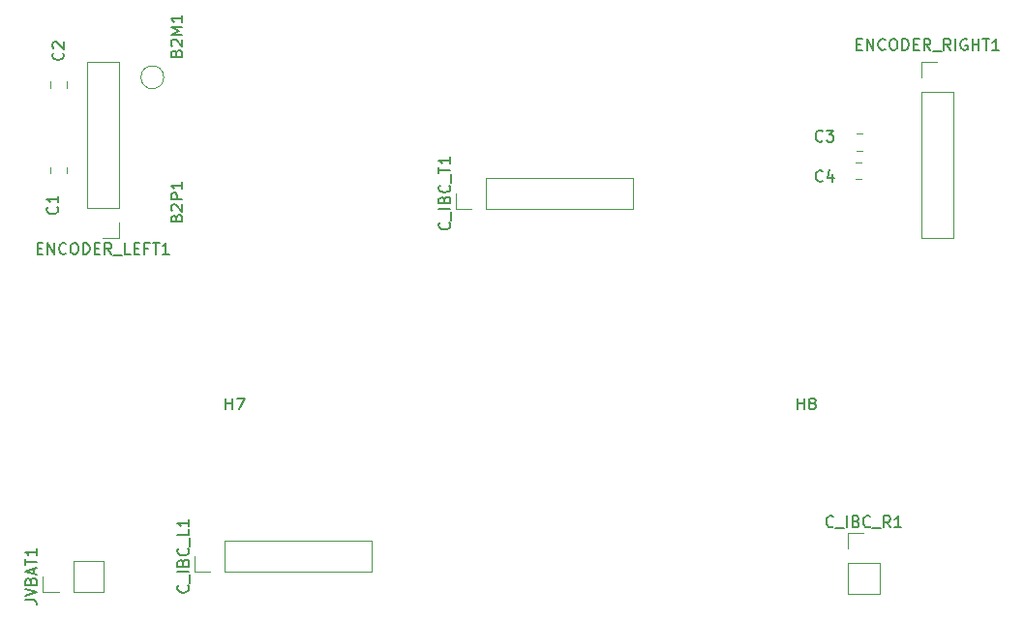
<source format=gbr>
G04 #@! TF.GenerationSoftware,KiCad,Pcbnew,9.0.4*
G04 #@! TF.CreationDate,2025-08-30T14:04:45-07:00*
G04 #@! TF.ProjectId,romi_board_bottom,726f6d69-5f62-46f6-9172-645f626f7474,rev?*
G04 #@! TF.SameCoordinates,Original*
G04 #@! TF.FileFunction,Legend,Top*
G04 #@! TF.FilePolarity,Positive*
%FSLAX46Y46*%
G04 Gerber Fmt 4.6, Leading zero omitted, Abs format (unit mm)*
G04 Created by KiCad (PCBNEW 9.0.4) date 2025-08-30 14:04:45*
%MOMM*%
%LPD*%
G01*
G04 APERTURE LIST*
%ADD10C,0.120000*%
%ADD11C,0.150000*%
G04 APERTURE END LIST*
D10*
X70192122Y-101310976D02*
G75*
G02*
X68192122Y-101310976I-1000000J0D01*
G01*
X68192122Y-101310976D02*
G75*
G02*
X70192122Y-101310976I1000000J0D01*
G01*
D11*
X59134026Y-116271985D02*
X59467359Y-116271985D01*
X59610216Y-116795795D02*
X59134026Y-116795795D01*
X59134026Y-116795795D02*
X59134026Y-115795795D01*
X59134026Y-115795795D02*
X59610216Y-115795795D01*
X60038788Y-116795795D02*
X60038788Y-115795795D01*
X60038788Y-115795795D02*
X60610216Y-116795795D01*
X60610216Y-116795795D02*
X60610216Y-115795795D01*
X61657835Y-116700556D02*
X61610216Y-116748176D01*
X61610216Y-116748176D02*
X61467359Y-116795795D01*
X61467359Y-116795795D02*
X61372121Y-116795795D01*
X61372121Y-116795795D02*
X61229264Y-116748176D01*
X61229264Y-116748176D02*
X61134026Y-116652937D01*
X61134026Y-116652937D02*
X61086407Y-116557699D01*
X61086407Y-116557699D02*
X61038788Y-116367223D01*
X61038788Y-116367223D02*
X61038788Y-116224366D01*
X61038788Y-116224366D02*
X61086407Y-116033890D01*
X61086407Y-116033890D02*
X61134026Y-115938652D01*
X61134026Y-115938652D02*
X61229264Y-115843414D01*
X61229264Y-115843414D02*
X61372121Y-115795795D01*
X61372121Y-115795795D02*
X61467359Y-115795795D01*
X61467359Y-115795795D02*
X61610216Y-115843414D01*
X61610216Y-115843414D02*
X61657835Y-115891033D01*
X62276883Y-115795795D02*
X62467359Y-115795795D01*
X62467359Y-115795795D02*
X62562597Y-115843414D01*
X62562597Y-115843414D02*
X62657835Y-115938652D01*
X62657835Y-115938652D02*
X62705454Y-116129128D01*
X62705454Y-116129128D02*
X62705454Y-116462461D01*
X62705454Y-116462461D02*
X62657835Y-116652937D01*
X62657835Y-116652937D02*
X62562597Y-116748176D01*
X62562597Y-116748176D02*
X62467359Y-116795795D01*
X62467359Y-116795795D02*
X62276883Y-116795795D01*
X62276883Y-116795795D02*
X62181645Y-116748176D01*
X62181645Y-116748176D02*
X62086407Y-116652937D01*
X62086407Y-116652937D02*
X62038788Y-116462461D01*
X62038788Y-116462461D02*
X62038788Y-116129128D01*
X62038788Y-116129128D02*
X62086407Y-115938652D01*
X62086407Y-115938652D02*
X62181645Y-115843414D01*
X62181645Y-115843414D02*
X62276883Y-115795795D01*
X63134026Y-116795795D02*
X63134026Y-115795795D01*
X63134026Y-115795795D02*
X63372121Y-115795795D01*
X63372121Y-115795795D02*
X63514978Y-115843414D01*
X63514978Y-115843414D02*
X63610216Y-115938652D01*
X63610216Y-115938652D02*
X63657835Y-116033890D01*
X63657835Y-116033890D02*
X63705454Y-116224366D01*
X63705454Y-116224366D02*
X63705454Y-116367223D01*
X63705454Y-116367223D02*
X63657835Y-116557699D01*
X63657835Y-116557699D02*
X63610216Y-116652937D01*
X63610216Y-116652937D02*
X63514978Y-116748176D01*
X63514978Y-116748176D02*
X63372121Y-116795795D01*
X63372121Y-116795795D02*
X63134026Y-116795795D01*
X64134026Y-116271985D02*
X64467359Y-116271985D01*
X64610216Y-116795795D02*
X64134026Y-116795795D01*
X64134026Y-116795795D02*
X64134026Y-115795795D01*
X64134026Y-115795795D02*
X64610216Y-115795795D01*
X65610216Y-116795795D02*
X65276883Y-116319604D01*
X65038788Y-116795795D02*
X65038788Y-115795795D01*
X65038788Y-115795795D02*
X65419740Y-115795795D01*
X65419740Y-115795795D02*
X65514978Y-115843414D01*
X65514978Y-115843414D02*
X65562597Y-115891033D01*
X65562597Y-115891033D02*
X65610216Y-115986271D01*
X65610216Y-115986271D02*
X65610216Y-116129128D01*
X65610216Y-116129128D02*
X65562597Y-116224366D01*
X65562597Y-116224366D02*
X65514978Y-116271985D01*
X65514978Y-116271985D02*
X65419740Y-116319604D01*
X65419740Y-116319604D02*
X65038788Y-116319604D01*
X65800693Y-116891033D02*
X66562597Y-116891033D01*
X67276883Y-116795795D02*
X66800693Y-116795795D01*
X66800693Y-116795795D02*
X66800693Y-115795795D01*
X67610217Y-116271985D02*
X67943550Y-116271985D01*
X68086407Y-116795795D02*
X67610217Y-116795795D01*
X67610217Y-116795795D02*
X67610217Y-115795795D01*
X67610217Y-115795795D02*
X68086407Y-115795795D01*
X68848312Y-116271985D02*
X68514979Y-116271985D01*
X68514979Y-116795795D02*
X68514979Y-115795795D01*
X68514979Y-115795795D02*
X68991169Y-115795795D01*
X69229265Y-115795795D02*
X69800693Y-115795795D01*
X69514979Y-116795795D02*
X69514979Y-115795795D01*
X70657836Y-116795795D02*
X70086408Y-116795795D01*
X70372122Y-116795795D02*
X70372122Y-115795795D01*
X70372122Y-115795795D02*
X70276884Y-115938652D01*
X70276884Y-115938652D02*
X70181646Y-116033890D01*
X70181646Y-116033890D02*
X70086408Y-116081509D01*
X71299765Y-113621049D02*
X71347384Y-113478192D01*
X71347384Y-113478192D02*
X71395003Y-113430573D01*
X71395003Y-113430573D02*
X71490241Y-113382954D01*
X71490241Y-113382954D02*
X71633098Y-113382954D01*
X71633098Y-113382954D02*
X71728336Y-113430573D01*
X71728336Y-113430573D02*
X71775956Y-113478192D01*
X71775956Y-113478192D02*
X71823575Y-113573430D01*
X71823575Y-113573430D02*
X71823575Y-113954382D01*
X71823575Y-113954382D02*
X70823575Y-113954382D01*
X70823575Y-113954382D02*
X70823575Y-113621049D01*
X70823575Y-113621049D02*
X70871194Y-113525811D01*
X70871194Y-113525811D02*
X70918813Y-113478192D01*
X70918813Y-113478192D02*
X71014051Y-113430573D01*
X71014051Y-113430573D02*
X71109289Y-113430573D01*
X71109289Y-113430573D02*
X71204527Y-113478192D01*
X71204527Y-113478192D02*
X71252146Y-113525811D01*
X71252146Y-113525811D02*
X71299765Y-113621049D01*
X71299765Y-113621049D02*
X71299765Y-113954382D01*
X70918813Y-113002001D02*
X70871194Y-112954382D01*
X70871194Y-112954382D02*
X70823575Y-112859144D01*
X70823575Y-112859144D02*
X70823575Y-112621049D01*
X70823575Y-112621049D02*
X70871194Y-112525811D01*
X70871194Y-112525811D02*
X70918813Y-112478192D01*
X70918813Y-112478192D02*
X71014051Y-112430573D01*
X71014051Y-112430573D02*
X71109289Y-112430573D01*
X71109289Y-112430573D02*
X71252146Y-112478192D01*
X71252146Y-112478192D02*
X71823575Y-113049620D01*
X71823575Y-113049620D02*
X71823575Y-112430573D01*
X71823575Y-112002001D02*
X70823575Y-112002001D01*
X70823575Y-112002001D02*
X70823575Y-111621049D01*
X70823575Y-111621049D02*
X70871194Y-111525811D01*
X70871194Y-111525811D02*
X70918813Y-111478192D01*
X70918813Y-111478192D02*
X71014051Y-111430573D01*
X71014051Y-111430573D02*
X71156908Y-111430573D01*
X71156908Y-111430573D02*
X71252146Y-111478192D01*
X71252146Y-111478192D02*
X71299765Y-111525811D01*
X71299765Y-111525811D02*
X71347384Y-111621049D01*
X71347384Y-111621049D02*
X71347384Y-112002001D01*
X71823575Y-110478192D02*
X71823575Y-111049620D01*
X71823575Y-110763906D02*
X70823575Y-110763906D01*
X70823575Y-110763906D02*
X70966432Y-110859144D01*
X70966432Y-110859144D02*
X71061670Y-110954382D01*
X71061670Y-110954382D02*
X71109289Y-111049620D01*
X71299765Y-99192477D02*
X71347384Y-99049620D01*
X71347384Y-99049620D02*
X71395003Y-99002001D01*
X71395003Y-99002001D02*
X71490241Y-98954382D01*
X71490241Y-98954382D02*
X71633098Y-98954382D01*
X71633098Y-98954382D02*
X71728336Y-99002001D01*
X71728336Y-99002001D02*
X71775956Y-99049620D01*
X71775956Y-99049620D02*
X71823575Y-99144858D01*
X71823575Y-99144858D02*
X71823575Y-99525810D01*
X71823575Y-99525810D02*
X70823575Y-99525810D01*
X70823575Y-99525810D02*
X70823575Y-99192477D01*
X70823575Y-99192477D02*
X70871194Y-99097239D01*
X70871194Y-99097239D02*
X70918813Y-99049620D01*
X70918813Y-99049620D02*
X71014051Y-99002001D01*
X71014051Y-99002001D02*
X71109289Y-99002001D01*
X71109289Y-99002001D02*
X71204527Y-99049620D01*
X71204527Y-99049620D02*
X71252146Y-99097239D01*
X71252146Y-99097239D02*
X71299765Y-99192477D01*
X71299765Y-99192477D02*
X71299765Y-99525810D01*
X70918813Y-98573429D02*
X70871194Y-98525810D01*
X70871194Y-98525810D02*
X70823575Y-98430572D01*
X70823575Y-98430572D02*
X70823575Y-98192477D01*
X70823575Y-98192477D02*
X70871194Y-98097239D01*
X70871194Y-98097239D02*
X70918813Y-98049620D01*
X70918813Y-98049620D02*
X71014051Y-98002001D01*
X71014051Y-98002001D02*
X71109289Y-98002001D01*
X71109289Y-98002001D02*
X71252146Y-98049620D01*
X71252146Y-98049620D02*
X71823575Y-98621048D01*
X71823575Y-98621048D02*
X71823575Y-98002001D01*
X71823575Y-97573429D02*
X70823575Y-97573429D01*
X70823575Y-97573429D02*
X71537860Y-97240096D01*
X71537860Y-97240096D02*
X70823575Y-96906763D01*
X70823575Y-96906763D02*
X71823575Y-96906763D01*
X71823575Y-95906763D02*
X71823575Y-96478191D01*
X71823575Y-96192477D02*
X70823575Y-96192477D01*
X70823575Y-96192477D02*
X70966432Y-96287715D01*
X70966432Y-96287715D02*
X71061670Y-96382953D01*
X71061670Y-96382953D02*
X71109289Y-96478191D01*
X95161702Y-114018595D02*
X95209322Y-114066214D01*
X95209322Y-114066214D02*
X95256941Y-114209071D01*
X95256941Y-114209071D02*
X95256941Y-114304309D01*
X95256941Y-114304309D02*
X95209322Y-114447166D01*
X95209322Y-114447166D02*
X95114083Y-114542404D01*
X95114083Y-114542404D02*
X95018845Y-114590023D01*
X95018845Y-114590023D02*
X94828369Y-114637642D01*
X94828369Y-114637642D02*
X94685512Y-114637642D01*
X94685512Y-114637642D02*
X94495036Y-114590023D01*
X94495036Y-114590023D02*
X94399798Y-114542404D01*
X94399798Y-114542404D02*
X94304560Y-114447166D01*
X94304560Y-114447166D02*
X94256941Y-114304309D01*
X94256941Y-114304309D02*
X94256941Y-114209071D01*
X94256941Y-114209071D02*
X94304560Y-114066214D01*
X94304560Y-114066214D02*
X94352179Y-114018595D01*
X95352179Y-113828119D02*
X95352179Y-113066214D01*
X95256941Y-112828118D02*
X94256941Y-112828118D01*
X94733131Y-112018595D02*
X94780750Y-111875738D01*
X94780750Y-111875738D02*
X94828369Y-111828119D01*
X94828369Y-111828119D02*
X94923607Y-111780500D01*
X94923607Y-111780500D02*
X95066464Y-111780500D01*
X95066464Y-111780500D02*
X95161702Y-111828119D01*
X95161702Y-111828119D02*
X95209322Y-111875738D01*
X95209322Y-111875738D02*
X95256941Y-111970976D01*
X95256941Y-111970976D02*
X95256941Y-112351928D01*
X95256941Y-112351928D02*
X94256941Y-112351928D01*
X94256941Y-112351928D02*
X94256941Y-112018595D01*
X94256941Y-112018595D02*
X94304560Y-111923357D01*
X94304560Y-111923357D02*
X94352179Y-111875738D01*
X94352179Y-111875738D02*
X94447417Y-111828119D01*
X94447417Y-111828119D02*
X94542655Y-111828119D01*
X94542655Y-111828119D02*
X94637893Y-111875738D01*
X94637893Y-111875738D02*
X94685512Y-111923357D01*
X94685512Y-111923357D02*
X94733131Y-112018595D01*
X94733131Y-112018595D02*
X94733131Y-112351928D01*
X95161702Y-110780500D02*
X95209322Y-110828119D01*
X95209322Y-110828119D02*
X95256941Y-110970976D01*
X95256941Y-110970976D02*
X95256941Y-111066214D01*
X95256941Y-111066214D02*
X95209322Y-111209071D01*
X95209322Y-111209071D02*
X95114083Y-111304309D01*
X95114083Y-111304309D02*
X95018845Y-111351928D01*
X95018845Y-111351928D02*
X94828369Y-111399547D01*
X94828369Y-111399547D02*
X94685512Y-111399547D01*
X94685512Y-111399547D02*
X94495036Y-111351928D01*
X94495036Y-111351928D02*
X94399798Y-111304309D01*
X94399798Y-111304309D02*
X94304560Y-111209071D01*
X94304560Y-111209071D02*
X94256941Y-111066214D01*
X94256941Y-111066214D02*
X94256941Y-110970976D01*
X94256941Y-110970976D02*
X94304560Y-110828119D01*
X94304560Y-110828119D02*
X94352179Y-110780500D01*
X95352179Y-110590024D02*
X95352179Y-109828119D01*
X94256941Y-109732880D02*
X94256941Y-109161452D01*
X95256941Y-109447166D02*
X94256941Y-109447166D01*
X95256941Y-108304309D02*
X95256941Y-108875737D01*
X95256941Y-108590023D02*
X94256941Y-108590023D01*
X94256941Y-108590023D02*
X94399798Y-108685261D01*
X94399798Y-108685261D02*
X94495036Y-108780499D01*
X94495036Y-108780499D02*
X94542655Y-108875737D01*
X75630217Y-130395795D02*
X75630217Y-129395795D01*
X75630217Y-129871985D02*
X76201645Y-129871985D01*
X76201645Y-130395795D02*
X76201645Y-129395795D01*
X76582598Y-129395795D02*
X77249264Y-129395795D01*
X77249264Y-129395795D02*
X76820693Y-130395795D01*
X125630217Y-130395795D02*
X125630217Y-129395795D01*
X125630217Y-129871985D02*
X126201645Y-129871985D01*
X126201645Y-130395795D02*
X126201645Y-129395795D01*
X126820693Y-129824366D02*
X126725455Y-129776747D01*
X126725455Y-129776747D02*
X126677836Y-129729128D01*
X126677836Y-129729128D02*
X126630217Y-129633890D01*
X126630217Y-129633890D02*
X126630217Y-129586271D01*
X126630217Y-129586271D02*
X126677836Y-129491033D01*
X126677836Y-129491033D02*
X126725455Y-129443414D01*
X126725455Y-129443414D02*
X126820693Y-129395795D01*
X126820693Y-129395795D02*
X127011169Y-129395795D01*
X127011169Y-129395795D02*
X127106407Y-129443414D01*
X127106407Y-129443414D02*
X127154026Y-129491033D01*
X127154026Y-129491033D02*
X127201645Y-129586271D01*
X127201645Y-129586271D02*
X127201645Y-129633890D01*
X127201645Y-129633890D02*
X127154026Y-129729128D01*
X127154026Y-129729128D02*
X127106407Y-129776747D01*
X127106407Y-129776747D02*
X127011169Y-129824366D01*
X127011169Y-129824366D02*
X126820693Y-129824366D01*
X126820693Y-129824366D02*
X126725455Y-129871985D01*
X126725455Y-129871985D02*
X126677836Y-129919604D01*
X126677836Y-129919604D02*
X126630217Y-130014842D01*
X126630217Y-130014842D02*
X126630217Y-130205318D01*
X126630217Y-130205318D02*
X126677836Y-130300556D01*
X126677836Y-130300556D02*
X126725455Y-130348176D01*
X126725455Y-130348176D02*
X126820693Y-130395795D01*
X126820693Y-130395795D02*
X127011169Y-130395795D01*
X127011169Y-130395795D02*
X127106407Y-130348176D01*
X127106407Y-130348176D02*
X127154026Y-130300556D01*
X127154026Y-130300556D02*
X127201645Y-130205318D01*
X127201645Y-130205318D02*
X127201645Y-130014842D01*
X127201645Y-130014842D02*
X127154026Y-129919604D01*
X127154026Y-129919604D02*
X127106407Y-129871985D01*
X127106407Y-129871985D02*
X127011169Y-129824366D01*
X130785714Y-98431009D02*
X131119047Y-98431009D01*
X131261904Y-98954819D02*
X130785714Y-98954819D01*
X130785714Y-98954819D02*
X130785714Y-97954819D01*
X130785714Y-97954819D02*
X131261904Y-97954819D01*
X131690476Y-98954819D02*
X131690476Y-97954819D01*
X131690476Y-97954819D02*
X132261904Y-98954819D01*
X132261904Y-98954819D02*
X132261904Y-97954819D01*
X133309523Y-98859580D02*
X133261904Y-98907200D01*
X133261904Y-98907200D02*
X133119047Y-98954819D01*
X133119047Y-98954819D02*
X133023809Y-98954819D01*
X133023809Y-98954819D02*
X132880952Y-98907200D01*
X132880952Y-98907200D02*
X132785714Y-98811961D01*
X132785714Y-98811961D02*
X132738095Y-98716723D01*
X132738095Y-98716723D02*
X132690476Y-98526247D01*
X132690476Y-98526247D02*
X132690476Y-98383390D01*
X132690476Y-98383390D02*
X132738095Y-98192914D01*
X132738095Y-98192914D02*
X132785714Y-98097676D01*
X132785714Y-98097676D02*
X132880952Y-98002438D01*
X132880952Y-98002438D02*
X133023809Y-97954819D01*
X133023809Y-97954819D02*
X133119047Y-97954819D01*
X133119047Y-97954819D02*
X133261904Y-98002438D01*
X133261904Y-98002438D02*
X133309523Y-98050057D01*
X133928571Y-97954819D02*
X134119047Y-97954819D01*
X134119047Y-97954819D02*
X134214285Y-98002438D01*
X134214285Y-98002438D02*
X134309523Y-98097676D01*
X134309523Y-98097676D02*
X134357142Y-98288152D01*
X134357142Y-98288152D02*
X134357142Y-98621485D01*
X134357142Y-98621485D02*
X134309523Y-98811961D01*
X134309523Y-98811961D02*
X134214285Y-98907200D01*
X134214285Y-98907200D02*
X134119047Y-98954819D01*
X134119047Y-98954819D02*
X133928571Y-98954819D01*
X133928571Y-98954819D02*
X133833333Y-98907200D01*
X133833333Y-98907200D02*
X133738095Y-98811961D01*
X133738095Y-98811961D02*
X133690476Y-98621485D01*
X133690476Y-98621485D02*
X133690476Y-98288152D01*
X133690476Y-98288152D02*
X133738095Y-98097676D01*
X133738095Y-98097676D02*
X133833333Y-98002438D01*
X133833333Y-98002438D02*
X133928571Y-97954819D01*
X134785714Y-98954819D02*
X134785714Y-97954819D01*
X134785714Y-97954819D02*
X135023809Y-97954819D01*
X135023809Y-97954819D02*
X135166666Y-98002438D01*
X135166666Y-98002438D02*
X135261904Y-98097676D01*
X135261904Y-98097676D02*
X135309523Y-98192914D01*
X135309523Y-98192914D02*
X135357142Y-98383390D01*
X135357142Y-98383390D02*
X135357142Y-98526247D01*
X135357142Y-98526247D02*
X135309523Y-98716723D01*
X135309523Y-98716723D02*
X135261904Y-98811961D01*
X135261904Y-98811961D02*
X135166666Y-98907200D01*
X135166666Y-98907200D02*
X135023809Y-98954819D01*
X135023809Y-98954819D02*
X134785714Y-98954819D01*
X135785714Y-98431009D02*
X136119047Y-98431009D01*
X136261904Y-98954819D02*
X135785714Y-98954819D01*
X135785714Y-98954819D02*
X135785714Y-97954819D01*
X135785714Y-97954819D02*
X136261904Y-97954819D01*
X137261904Y-98954819D02*
X136928571Y-98478628D01*
X136690476Y-98954819D02*
X136690476Y-97954819D01*
X136690476Y-97954819D02*
X137071428Y-97954819D01*
X137071428Y-97954819D02*
X137166666Y-98002438D01*
X137166666Y-98002438D02*
X137214285Y-98050057D01*
X137214285Y-98050057D02*
X137261904Y-98145295D01*
X137261904Y-98145295D02*
X137261904Y-98288152D01*
X137261904Y-98288152D02*
X137214285Y-98383390D01*
X137214285Y-98383390D02*
X137166666Y-98431009D01*
X137166666Y-98431009D02*
X137071428Y-98478628D01*
X137071428Y-98478628D02*
X136690476Y-98478628D01*
X137452381Y-99050057D02*
X138214285Y-99050057D01*
X139023809Y-98954819D02*
X138690476Y-98478628D01*
X138452381Y-98954819D02*
X138452381Y-97954819D01*
X138452381Y-97954819D02*
X138833333Y-97954819D01*
X138833333Y-97954819D02*
X138928571Y-98002438D01*
X138928571Y-98002438D02*
X138976190Y-98050057D01*
X138976190Y-98050057D02*
X139023809Y-98145295D01*
X139023809Y-98145295D02*
X139023809Y-98288152D01*
X139023809Y-98288152D02*
X138976190Y-98383390D01*
X138976190Y-98383390D02*
X138928571Y-98431009D01*
X138928571Y-98431009D02*
X138833333Y-98478628D01*
X138833333Y-98478628D02*
X138452381Y-98478628D01*
X139452381Y-98954819D02*
X139452381Y-97954819D01*
X140452380Y-98002438D02*
X140357142Y-97954819D01*
X140357142Y-97954819D02*
X140214285Y-97954819D01*
X140214285Y-97954819D02*
X140071428Y-98002438D01*
X140071428Y-98002438D02*
X139976190Y-98097676D01*
X139976190Y-98097676D02*
X139928571Y-98192914D01*
X139928571Y-98192914D02*
X139880952Y-98383390D01*
X139880952Y-98383390D02*
X139880952Y-98526247D01*
X139880952Y-98526247D02*
X139928571Y-98716723D01*
X139928571Y-98716723D02*
X139976190Y-98811961D01*
X139976190Y-98811961D02*
X140071428Y-98907200D01*
X140071428Y-98907200D02*
X140214285Y-98954819D01*
X140214285Y-98954819D02*
X140309523Y-98954819D01*
X140309523Y-98954819D02*
X140452380Y-98907200D01*
X140452380Y-98907200D02*
X140499999Y-98859580D01*
X140499999Y-98859580D02*
X140499999Y-98526247D01*
X140499999Y-98526247D02*
X140309523Y-98526247D01*
X140928571Y-98954819D02*
X140928571Y-97954819D01*
X140928571Y-98431009D02*
X141499999Y-98431009D01*
X141499999Y-98954819D02*
X141499999Y-97954819D01*
X141833333Y-97954819D02*
X142404761Y-97954819D01*
X142119047Y-98954819D02*
X142119047Y-97954819D01*
X143261904Y-98954819D02*
X142690476Y-98954819D01*
X142976190Y-98954819D02*
X142976190Y-97954819D01*
X142976190Y-97954819D02*
X142880952Y-98097676D01*
X142880952Y-98097676D02*
X142785714Y-98192914D01*
X142785714Y-98192914D02*
X142690476Y-98240533D01*
X72301702Y-145792404D02*
X72349322Y-145840023D01*
X72349322Y-145840023D02*
X72396941Y-145982880D01*
X72396941Y-145982880D02*
X72396941Y-146078118D01*
X72396941Y-146078118D02*
X72349322Y-146220975D01*
X72349322Y-146220975D02*
X72254083Y-146316213D01*
X72254083Y-146316213D02*
X72158845Y-146363832D01*
X72158845Y-146363832D02*
X71968369Y-146411451D01*
X71968369Y-146411451D02*
X71825512Y-146411451D01*
X71825512Y-146411451D02*
X71635036Y-146363832D01*
X71635036Y-146363832D02*
X71539798Y-146316213D01*
X71539798Y-146316213D02*
X71444560Y-146220975D01*
X71444560Y-146220975D02*
X71396941Y-146078118D01*
X71396941Y-146078118D02*
X71396941Y-145982880D01*
X71396941Y-145982880D02*
X71444560Y-145840023D01*
X71444560Y-145840023D02*
X71492179Y-145792404D01*
X72492179Y-145601928D02*
X72492179Y-144840023D01*
X72396941Y-144601927D02*
X71396941Y-144601927D01*
X71873131Y-143792404D02*
X71920750Y-143649547D01*
X71920750Y-143649547D02*
X71968369Y-143601928D01*
X71968369Y-143601928D02*
X72063607Y-143554309D01*
X72063607Y-143554309D02*
X72206464Y-143554309D01*
X72206464Y-143554309D02*
X72301702Y-143601928D01*
X72301702Y-143601928D02*
X72349322Y-143649547D01*
X72349322Y-143649547D02*
X72396941Y-143744785D01*
X72396941Y-143744785D02*
X72396941Y-144125737D01*
X72396941Y-144125737D02*
X71396941Y-144125737D01*
X71396941Y-144125737D02*
X71396941Y-143792404D01*
X71396941Y-143792404D02*
X71444560Y-143697166D01*
X71444560Y-143697166D02*
X71492179Y-143649547D01*
X71492179Y-143649547D02*
X71587417Y-143601928D01*
X71587417Y-143601928D02*
X71682655Y-143601928D01*
X71682655Y-143601928D02*
X71777893Y-143649547D01*
X71777893Y-143649547D02*
X71825512Y-143697166D01*
X71825512Y-143697166D02*
X71873131Y-143792404D01*
X71873131Y-143792404D02*
X71873131Y-144125737D01*
X72301702Y-142554309D02*
X72349322Y-142601928D01*
X72349322Y-142601928D02*
X72396941Y-142744785D01*
X72396941Y-142744785D02*
X72396941Y-142840023D01*
X72396941Y-142840023D02*
X72349322Y-142982880D01*
X72349322Y-142982880D02*
X72254083Y-143078118D01*
X72254083Y-143078118D02*
X72158845Y-143125737D01*
X72158845Y-143125737D02*
X71968369Y-143173356D01*
X71968369Y-143173356D02*
X71825512Y-143173356D01*
X71825512Y-143173356D02*
X71635036Y-143125737D01*
X71635036Y-143125737D02*
X71539798Y-143078118D01*
X71539798Y-143078118D02*
X71444560Y-142982880D01*
X71444560Y-142982880D02*
X71396941Y-142840023D01*
X71396941Y-142840023D02*
X71396941Y-142744785D01*
X71396941Y-142744785D02*
X71444560Y-142601928D01*
X71444560Y-142601928D02*
X71492179Y-142554309D01*
X72492179Y-142363833D02*
X72492179Y-141601928D01*
X72396941Y-140887642D02*
X72396941Y-141363832D01*
X72396941Y-141363832D02*
X71396941Y-141363832D01*
X72396941Y-140030499D02*
X72396941Y-140601927D01*
X72396941Y-140316213D02*
X71396941Y-140316213D01*
X71396941Y-140316213D02*
X71539798Y-140411451D01*
X71539798Y-140411451D02*
X71635036Y-140506689D01*
X71635036Y-140506689D02*
X71682655Y-140601927D01*
X128755455Y-140610556D02*
X128707836Y-140658176D01*
X128707836Y-140658176D02*
X128564979Y-140705795D01*
X128564979Y-140705795D02*
X128469741Y-140705795D01*
X128469741Y-140705795D02*
X128326884Y-140658176D01*
X128326884Y-140658176D02*
X128231646Y-140562937D01*
X128231646Y-140562937D02*
X128184027Y-140467699D01*
X128184027Y-140467699D02*
X128136408Y-140277223D01*
X128136408Y-140277223D02*
X128136408Y-140134366D01*
X128136408Y-140134366D02*
X128184027Y-139943890D01*
X128184027Y-139943890D02*
X128231646Y-139848652D01*
X128231646Y-139848652D02*
X128326884Y-139753414D01*
X128326884Y-139753414D02*
X128469741Y-139705795D01*
X128469741Y-139705795D02*
X128564979Y-139705795D01*
X128564979Y-139705795D02*
X128707836Y-139753414D01*
X128707836Y-139753414D02*
X128755455Y-139801033D01*
X128945932Y-140801033D02*
X129707836Y-140801033D01*
X129945932Y-140705795D02*
X129945932Y-139705795D01*
X130755455Y-140181985D02*
X130898312Y-140229604D01*
X130898312Y-140229604D02*
X130945931Y-140277223D01*
X130945931Y-140277223D02*
X130993550Y-140372461D01*
X130993550Y-140372461D02*
X130993550Y-140515318D01*
X130993550Y-140515318D02*
X130945931Y-140610556D01*
X130945931Y-140610556D02*
X130898312Y-140658176D01*
X130898312Y-140658176D02*
X130803074Y-140705795D01*
X130803074Y-140705795D02*
X130422122Y-140705795D01*
X130422122Y-140705795D02*
X130422122Y-139705795D01*
X130422122Y-139705795D02*
X130755455Y-139705795D01*
X130755455Y-139705795D02*
X130850693Y-139753414D01*
X130850693Y-139753414D02*
X130898312Y-139801033D01*
X130898312Y-139801033D02*
X130945931Y-139896271D01*
X130945931Y-139896271D02*
X130945931Y-139991509D01*
X130945931Y-139991509D02*
X130898312Y-140086747D01*
X130898312Y-140086747D02*
X130850693Y-140134366D01*
X130850693Y-140134366D02*
X130755455Y-140181985D01*
X130755455Y-140181985D02*
X130422122Y-140181985D01*
X131993550Y-140610556D02*
X131945931Y-140658176D01*
X131945931Y-140658176D02*
X131803074Y-140705795D01*
X131803074Y-140705795D02*
X131707836Y-140705795D01*
X131707836Y-140705795D02*
X131564979Y-140658176D01*
X131564979Y-140658176D02*
X131469741Y-140562937D01*
X131469741Y-140562937D02*
X131422122Y-140467699D01*
X131422122Y-140467699D02*
X131374503Y-140277223D01*
X131374503Y-140277223D02*
X131374503Y-140134366D01*
X131374503Y-140134366D02*
X131422122Y-139943890D01*
X131422122Y-139943890D02*
X131469741Y-139848652D01*
X131469741Y-139848652D02*
X131564979Y-139753414D01*
X131564979Y-139753414D02*
X131707836Y-139705795D01*
X131707836Y-139705795D02*
X131803074Y-139705795D01*
X131803074Y-139705795D02*
X131945931Y-139753414D01*
X131945931Y-139753414D02*
X131993550Y-139801033D01*
X132184027Y-140801033D02*
X132945931Y-140801033D01*
X133755455Y-140705795D02*
X133422122Y-140229604D01*
X133184027Y-140705795D02*
X133184027Y-139705795D01*
X133184027Y-139705795D02*
X133564979Y-139705795D01*
X133564979Y-139705795D02*
X133660217Y-139753414D01*
X133660217Y-139753414D02*
X133707836Y-139801033D01*
X133707836Y-139801033D02*
X133755455Y-139896271D01*
X133755455Y-139896271D02*
X133755455Y-140039128D01*
X133755455Y-140039128D02*
X133707836Y-140134366D01*
X133707836Y-140134366D02*
X133660217Y-140181985D01*
X133660217Y-140181985D02*
X133564979Y-140229604D01*
X133564979Y-140229604D02*
X133184027Y-140229604D01*
X134707836Y-140705795D02*
X134136408Y-140705795D01*
X134422122Y-140705795D02*
X134422122Y-139705795D01*
X134422122Y-139705795D02*
X134326884Y-139848652D01*
X134326884Y-139848652D02*
X134231646Y-139943890D01*
X134231646Y-139943890D02*
X134136408Y-139991509D01*
X127833333Y-106859580D02*
X127785714Y-106907200D01*
X127785714Y-106907200D02*
X127642857Y-106954819D01*
X127642857Y-106954819D02*
X127547619Y-106954819D01*
X127547619Y-106954819D02*
X127404762Y-106907200D01*
X127404762Y-106907200D02*
X127309524Y-106811961D01*
X127309524Y-106811961D02*
X127261905Y-106716723D01*
X127261905Y-106716723D02*
X127214286Y-106526247D01*
X127214286Y-106526247D02*
X127214286Y-106383390D01*
X127214286Y-106383390D02*
X127261905Y-106192914D01*
X127261905Y-106192914D02*
X127309524Y-106097676D01*
X127309524Y-106097676D02*
X127404762Y-106002438D01*
X127404762Y-106002438D02*
X127547619Y-105954819D01*
X127547619Y-105954819D02*
X127642857Y-105954819D01*
X127642857Y-105954819D02*
X127785714Y-106002438D01*
X127785714Y-106002438D02*
X127833333Y-106050057D01*
X128166667Y-105954819D02*
X128785714Y-105954819D01*
X128785714Y-105954819D02*
X128452381Y-106335771D01*
X128452381Y-106335771D02*
X128595238Y-106335771D01*
X128595238Y-106335771D02*
X128690476Y-106383390D01*
X128690476Y-106383390D02*
X128738095Y-106431009D01*
X128738095Y-106431009D02*
X128785714Y-106526247D01*
X128785714Y-106526247D02*
X128785714Y-106764342D01*
X128785714Y-106764342D02*
X128738095Y-106859580D01*
X128738095Y-106859580D02*
X128690476Y-106907200D01*
X128690476Y-106907200D02*
X128595238Y-106954819D01*
X128595238Y-106954819D02*
X128309524Y-106954819D01*
X128309524Y-106954819D02*
X128214286Y-106907200D01*
X128214286Y-106907200D02*
X128166667Y-106859580D01*
X61359580Y-99166666D02*
X61407200Y-99214285D01*
X61407200Y-99214285D02*
X61454819Y-99357142D01*
X61454819Y-99357142D02*
X61454819Y-99452380D01*
X61454819Y-99452380D02*
X61407200Y-99595237D01*
X61407200Y-99595237D02*
X61311961Y-99690475D01*
X61311961Y-99690475D02*
X61216723Y-99738094D01*
X61216723Y-99738094D02*
X61026247Y-99785713D01*
X61026247Y-99785713D02*
X60883390Y-99785713D01*
X60883390Y-99785713D02*
X60692914Y-99738094D01*
X60692914Y-99738094D02*
X60597676Y-99690475D01*
X60597676Y-99690475D02*
X60502438Y-99595237D01*
X60502438Y-99595237D02*
X60454819Y-99452380D01*
X60454819Y-99452380D02*
X60454819Y-99357142D01*
X60454819Y-99357142D02*
X60502438Y-99214285D01*
X60502438Y-99214285D02*
X60550057Y-99166666D01*
X60550057Y-98785713D02*
X60502438Y-98738094D01*
X60502438Y-98738094D02*
X60454819Y-98642856D01*
X60454819Y-98642856D02*
X60454819Y-98404761D01*
X60454819Y-98404761D02*
X60502438Y-98309523D01*
X60502438Y-98309523D02*
X60550057Y-98261904D01*
X60550057Y-98261904D02*
X60645295Y-98214285D01*
X60645295Y-98214285D02*
X60740533Y-98214285D01*
X60740533Y-98214285D02*
X60883390Y-98261904D01*
X60883390Y-98261904D02*
X61454819Y-98833332D01*
X61454819Y-98833332D02*
X61454819Y-98214285D01*
X127833333Y-110359580D02*
X127785714Y-110407200D01*
X127785714Y-110407200D02*
X127642857Y-110454819D01*
X127642857Y-110454819D02*
X127547619Y-110454819D01*
X127547619Y-110454819D02*
X127404762Y-110407200D01*
X127404762Y-110407200D02*
X127309524Y-110311961D01*
X127309524Y-110311961D02*
X127261905Y-110216723D01*
X127261905Y-110216723D02*
X127214286Y-110026247D01*
X127214286Y-110026247D02*
X127214286Y-109883390D01*
X127214286Y-109883390D02*
X127261905Y-109692914D01*
X127261905Y-109692914D02*
X127309524Y-109597676D01*
X127309524Y-109597676D02*
X127404762Y-109502438D01*
X127404762Y-109502438D02*
X127547619Y-109454819D01*
X127547619Y-109454819D02*
X127642857Y-109454819D01*
X127642857Y-109454819D02*
X127785714Y-109502438D01*
X127785714Y-109502438D02*
X127833333Y-109550057D01*
X128690476Y-109788152D02*
X128690476Y-110454819D01*
X128452381Y-109407200D02*
X128214286Y-110121485D01*
X128214286Y-110121485D02*
X128833333Y-110121485D01*
X58074819Y-147071428D02*
X58789104Y-147071428D01*
X58789104Y-147071428D02*
X58931961Y-147119047D01*
X58931961Y-147119047D02*
X59027200Y-147214285D01*
X59027200Y-147214285D02*
X59074819Y-147357142D01*
X59074819Y-147357142D02*
X59074819Y-147452380D01*
X58074819Y-146738094D02*
X59074819Y-146404761D01*
X59074819Y-146404761D02*
X58074819Y-146071428D01*
X58551009Y-145404761D02*
X58598628Y-145261904D01*
X58598628Y-145261904D02*
X58646247Y-145214285D01*
X58646247Y-145214285D02*
X58741485Y-145166666D01*
X58741485Y-145166666D02*
X58884342Y-145166666D01*
X58884342Y-145166666D02*
X58979580Y-145214285D01*
X58979580Y-145214285D02*
X59027200Y-145261904D01*
X59027200Y-145261904D02*
X59074819Y-145357142D01*
X59074819Y-145357142D02*
X59074819Y-145738094D01*
X59074819Y-145738094D02*
X58074819Y-145738094D01*
X58074819Y-145738094D02*
X58074819Y-145404761D01*
X58074819Y-145404761D02*
X58122438Y-145309523D01*
X58122438Y-145309523D02*
X58170057Y-145261904D01*
X58170057Y-145261904D02*
X58265295Y-145214285D01*
X58265295Y-145214285D02*
X58360533Y-145214285D01*
X58360533Y-145214285D02*
X58455771Y-145261904D01*
X58455771Y-145261904D02*
X58503390Y-145309523D01*
X58503390Y-145309523D02*
X58551009Y-145404761D01*
X58551009Y-145404761D02*
X58551009Y-145738094D01*
X58789104Y-144785713D02*
X58789104Y-144309523D01*
X59074819Y-144880951D02*
X58074819Y-144547618D01*
X58074819Y-144547618D02*
X59074819Y-144214285D01*
X58074819Y-144023808D02*
X58074819Y-143452380D01*
X59074819Y-143738094D02*
X58074819Y-143738094D01*
X59074819Y-142595237D02*
X59074819Y-143166665D01*
X59074819Y-142880951D02*
X58074819Y-142880951D01*
X58074819Y-142880951D02*
X58217676Y-142976189D01*
X58217676Y-142976189D02*
X58312914Y-143071427D01*
X58312914Y-143071427D02*
X58360533Y-143166665D01*
X60859580Y-112666666D02*
X60907200Y-112714285D01*
X60907200Y-112714285D02*
X60954819Y-112857142D01*
X60954819Y-112857142D02*
X60954819Y-112952380D01*
X60954819Y-112952380D02*
X60907200Y-113095237D01*
X60907200Y-113095237D02*
X60811961Y-113190475D01*
X60811961Y-113190475D02*
X60716723Y-113238094D01*
X60716723Y-113238094D02*
X60526247Y-113285713D01*
X60526247Y-113285713D02*
X60383390Y-113285713D01*
X60383390Y-113285713D02*
X60192914Y-113238094D01*
X60192914Y-113238094D02*
X60097676Y-113190475D01*
X60097676Y-113190475D02*
X60002438Y-113095237D01*
X60002438Y-113095237D02*
X59954819Y-112952380D01*
X59954819Y-112952380D02*
X59954819Y-112857142D01*
X59954819Y-112857142D02*
X60002438Y-112714285D01*
X60002438Y-112714285D02*
X60050057Y-112666666D01*
X60954819Y-111714285D02*
X60954819Y-112285713D01*
X60954819Y-111999999D02*
X59954819Y-111999999D01*
X59954819Y-111999999D02*
X60097676Y-112095237D01*
X60097676Y-112095237D02*
X60192914Y-112190475D01*
X60192914Y-112190475D02*
X60240533Y-112285713D01*
D10*
X63492122Y-112740976D02*
X63492122Y-99930976D01*
X66252122Y-99930976D02*
X63492122Y-99930976D01*
X66252122Y-112740976D02*
X63492122Y-112740976D01*
X66252122Y-112740976D02*
X66252122Y-99930976D01*
X66252122Y-114010976D02*
X66252122Y-115390976D01*
X66252122Y-115390976D02*
X64872122Y-115390976D01*
X95752122Y-112850976D02*
X95752122Y-111470976D01*
X97132122Y-112850976D02*
X95752122Y-112850976D01*
X98402122Y-110090976D02*
X111212122Y-110090976D01*
X98402122Y-112850976D02*
X98402122Y-110090976D01*
X98402122Y-112850976D02*
X111212122Y-112850976D01*
X111212122Y-112850976D02*
X111212122Y-110090976D01*
X136462122Y-99930976D02*
X137842122Y-99930976D01*
X136462122Y-101310976D02*
X136462122Y-99930976D01*
X136462122Y-102580976D02*
X136462122Y-115390976D01*
X136462122Y-102580976D02*
X139222122Y-102580976D01*
X136462122Y-115390976D02*
X139222122Y-115390976D01*
X139222122Y-102580976D02*
X139222122Y-115390976D01*
X72892122Y-144600976D02*
X72892122Y-143220976D01*
X74272122Y-144600976D02*
X72892122Y-144600976D01*
X75542122Y-141840976D02*
X88352122Y-141840976D01*
X75542122Y-144600976D02*
X75542122Y-141840976D01*
X75542122Y-144600976D02*
X88352122Y-144600976D01*
X88352122Y-144600976D02*
X88352122Y-141840976D01*
X130042122Y-141200976D02*
X131422122Y-141200976D01*
X130042122Y-142580976D02*
X130042122Y-141200976D01*
X130042122Y-143850976D02*
X130042122Y-146500976D01*
X130042122Y-143850976D02*
X132802122Y-143850976D01*
X130042122Y-146500976D02*
X132802122Y-146500976D01*
X132802122Y-143850976D02*
X132802122Y-146500976D01*
X131298752Y-106265000D02*
X130776248Y-106265000D01*
X131298752Y-107735000D02*
X130776248Y-107735000D01*
X60265000Y-102223752D02*
X60265000Y-101701248D01*
X61735000Y-102223752D02*
X61735000Y-101701248D01*
X131261252Y-108765000D02*
X130738748Y-108765000D01*
X131261252Y-110235000D02*
X130738748Y-110235000D01*
X59620000Y-146380000D02*
X59620000Y-145000000D01*
X61000000Y-146380000D02*
X59620000Y-146380000D01*
X62270000Y-143620000D02*
X64920000Y-143620000D01*
X62270000Y-146380000D02*
X62270000Y-143620000D01*
X62270000Y-146380000D02*
X64920000Y-146380000D01*
X64920000Y-146380000D02*
X64920000Y-143620000D01*
X60265000Y-109723752D02*
X60265000Y-109201248D01*
X61735000Y-109723752D02*
X61735000Y-109201248D01*
M02*

</source>
